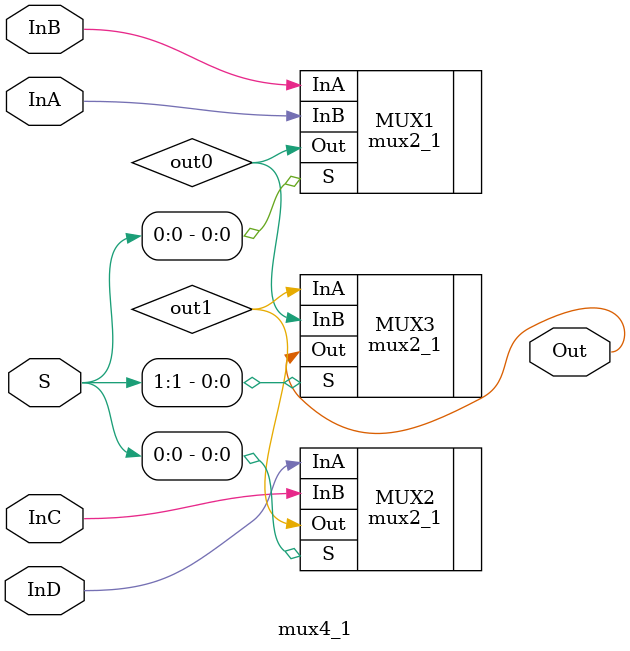
<source format=v>
/*
    CS/ECE 552 Spring '20
    Homework #1, Problem 1
    4-1 mux template
*/
module mux4_1(InA, InB, InC, InD, S, Out);
    input        InA, InB, InC, InD;
    input [1:0]  S;
    output       Out;

    // YOUR CODE HERE
	// Selecting: 00 is InA, 11 is InD
	wire out0, out1;
	mux2_1 MUX1(.InA(InB), .InB(InA), .S(S[0]), .Out(out0));
	mux2_1 MUX2(.InA(InD), .InB(InC), .S(S[0]), .Out(out1));
	mux2_1 MUX3(.InA(out1), .InB(out0), .S(S[1]), .Out(Out));

endmodule
</source>
